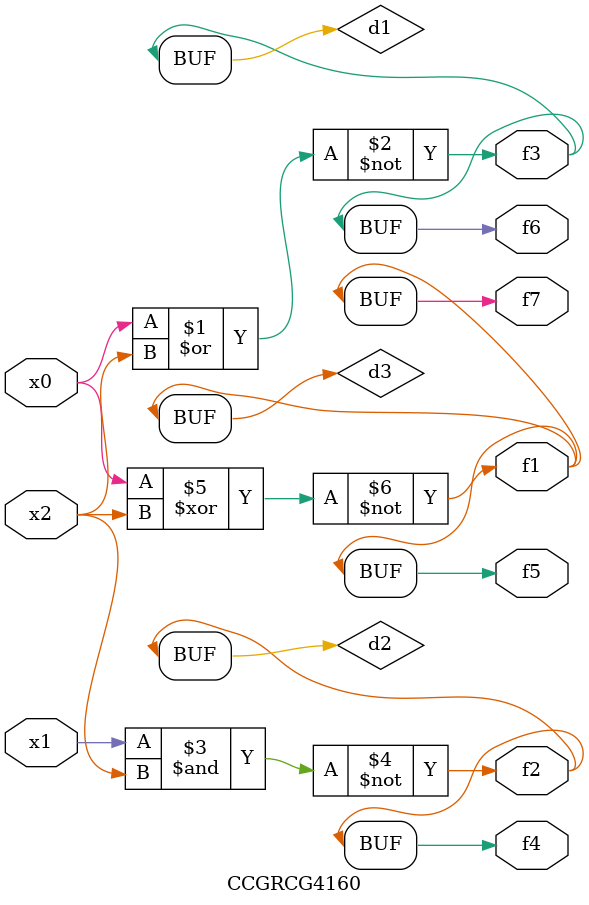
<source format=v>
module CCGRCG4160(
	input x0, x1, x2,
	output f1, f2, f3, f4, f5, f6, f7
);

	wire d1, d2, d3;

	nor (d1, x0, x2);
	nand (d2, x1, x2);
	xnor (d3, x0, x2);
	assign f1 = d3;
	assign f2 = d2;
	assign f3 = d1;
	assign f4 = d2;
	assign f5 = d3;
	assign f6 = d1;
	assign f7 = d3;
endmodule

</source>
